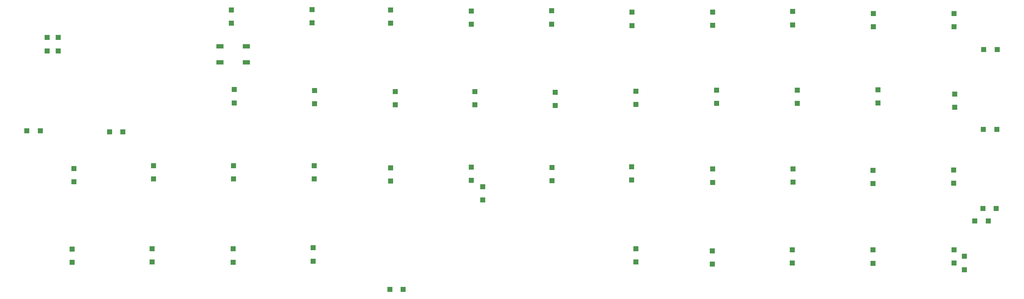
<source format=gbp>
G04 #@! TF.GenerationSoftware,KiCad,Pcbnew,(5.1.5-0-10_14)*
G04 #@! TF.CreationDate,2020-11-29T18:14:47+02:00*
G04 #@! TF.ProjectId,Louhi,4c6f7568-692e-46b6-9963-61645f706362,rev?*
G04 #@! TF.SameCoordinates,Original*
G04 #@! TF.FileFunction,Paste,Bot*
G04 #@! TF.FilePolarity,Positive*
%FSLAX46Y46*%
G04 Gerber Fmt 4.6, Leading zero omitted, Abs format (unit mm)*
G04 Created by KiCad (PCBNEW (5.1.5-0-10_14)) date 2020-11-29 18:14:47*
%MOMM*%
%LPD*%
G04 APERTURE LIST*
%ADD10R,1.200000X1.200000*%
%ADD11R,1.700000X1.000000*%
G04 APERTURE END LIST*
D10*
X291660000Y-123040000D03*
X291660000Y-126190000D03*
X199110000Y-107985000D03*
X199110000Y-111135000D03*
X95780000Y-72575000D03*
X95780000Y-75725000D03*
X98470000Y-72575000D03*
X98470000Y-75725000D03*
X139510000Y-65985000D03*
X139510000Y-69135000D03*
X158610000Y-65950000D03*
X158610000Y-69100000D03*
X177310000Y-66005000D03*
X177310000Y-69155000D03*
X196420000Y-66250000D03*
X196420000Y-69400000D03*
X215460000Y-66235000D03*
X215460000Y-69385000D03*
X234510000Y-66575000D03*
X234510000Y-69725000D03*
X253600000Y-66495000D03*
X253600000Y-69645000D03*
X272580000Y-66405000D03*
X272580000Y-69555000D03*
X291760000Y-66875000D03*
X291760000Y-70025000D03*
X310860000Y-66885000D03*
X310860000Y-70035000D03*
X317925000Y-75440000D03*
X321075000Y-75440000D03*
X94175000Y-94690000D03*
X91025000Y-94690000D03*
X113785000Y-95000000D03*
X110635000Y-95000000D03*
X140220000Y-84935000D03*
X140220000Y-88085000D03*
X159270000Y-85175000D03*
X159270000Y-88325000D03*
X178400000Y-85415000D03*
X178400000Y-88565000D03*
X197290000Y-85415000D03*
X197290000Y-88565000D03*
X216320000Y-85605000D03*
X216320000Y-88755000D03*
X235430000Y-85325000D03*
X235430000Y-88475000D03*
X254610000Y-85050000D03*
X254610000Y-88200000D03*
X273720000Y-85045000D03*
X273720000Y-88195000D03*
X292830000Y-84985000D03*
X292830000Y-88135000D03*
X311060000Y-86015000D03*
X311060000Y-89165000D03*
X317855000Y-94380000D03*
X321005000Y-94380000D03*
X102160000Y-103725000D03*
X102160000Y-106875000D03*
X121050000Y-103035000D03*
X121050000Y-106185000D03*
X140030000Y-103035000D03*
X140030000Y-106185000D03*
X159180000Y-103035000D03*
X159180000Y-106185000D03*
X177280000Y-103515000D03*
X177280000Y-106665000D03*
X196430000Y-103355000D03*
X196430000Y-106505000D03*
X215530000Y-103435000D03*
X215530000Y-106585000D03*
X234440000Y-103285000D03*
X234440000Y-106435000D03*
X253640000Y-103815000D03*
X253640000Y-106965000D03*
X272680000Y-103765000D03*
X272680000Y-106915000D03*
X291690000Y-104145000D03*
X291690000Y-107295000D03*
X310770000Y-104025000D03*
X310770000Y-107175000D03*
X317705000Y-113190000D03*
X320855000Y-113190000D03*
X101770000Y-122855000D03*
X101770000Y-126005000D03*
X120730000Y-122755000D03*
X120730000Y-125905000D03*
X139920000Y-122780000D03*
X139920000Y-125930000D03*
X158920000Y-122525000D03*
X158920000Y-125675000D03*
X177085000Y-132400000D03*
X180235000Y-132400000D03*
X235450000Y-122750000D03*
X235450000Y-125900000D03*
X253560000Y-123255000D03*
X253560000Y-126405000D03*
X272490000Y-123025000D03*
X272490000Y-126175000D03*
X310880000Y-123015000D03*
X310880000Y-126165000D03*
X313300000Y-124565000D03*
X313300000Y-127715000D03*
D11*
X143104000Y-74681000D03*
X136804000Y-74681000D03*
X143104000Y-78481000D03*
X136804000Y-78481000D03*
D10*
X315825000Y-116160000D03*
X318975000Y-116160000D03*
M02*

</source>
